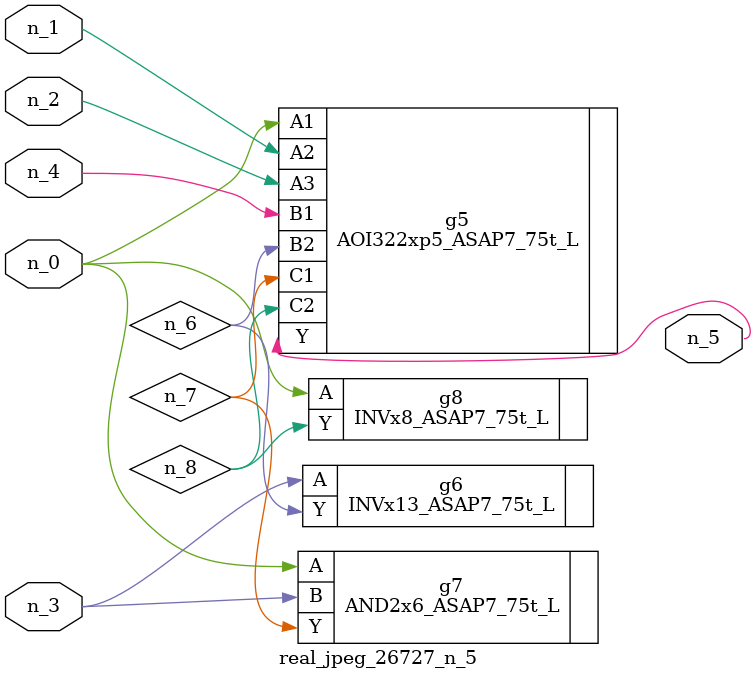
<source format=v>
module real_jpeg_26727_n_5 (n_4, n_0, n_1, n_2, n_3, n_5);

input n_4;
input n_0;
input n_1;
input n_2;
input n_3;

output n_5;

wire n_8;
wire n_6;
wire n_7;

AOI322xp5_ASAP7_75t_L g5 ( 
.A1(n_0),
.A2(n_1),
.A3(n_2),
.B1(n_4),
.B2(n_6),
.C1(n_7),
.C2(n_8),
.Y(n_5)
);

AND2x6_ASAP7_75t_L g7 ( 
.A(n_0),
.B(n_3),
.Y(n_7)
);

INVx8_ASAP7_75t_L g8 ( 
.A(n_0),
.Y(n_8)
);

INVx13_ASAP7_75t_L g6 ( 
.A(n_3),
.Y(n_6)
);


endmodule
</source>
